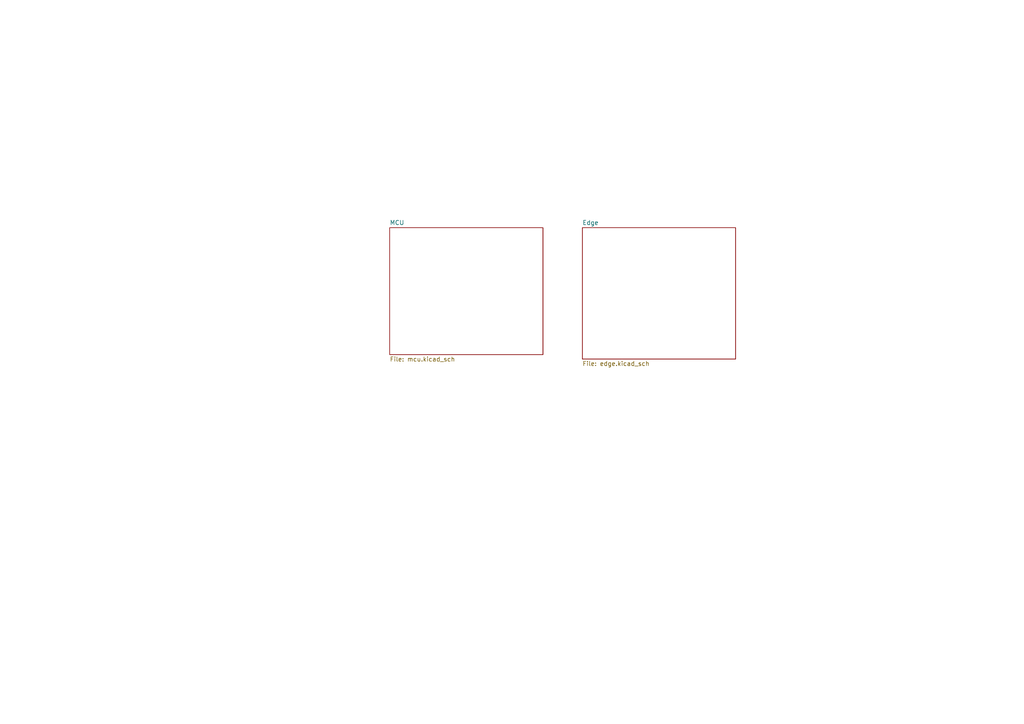
<source format=kicad_sch>
(kicad_sch
	(version 20231120)
	(generator "eeschema")
	(generator_version "8.0")
	(uuid "de875920-d90c-4f32-a526-a64b6e83ec2c")
	(paper "A4")
	(lib_symbols)
	(sheet
		(at 168.91 66.04)
		(size 44.45 38.1)
		(fields_autoplaced yes)
		(stroke
			(width 0.1524)
			(type solid)
		)
		(fill
			(color 0 0 0 0.0000)
		)
		(uuid "6ff9bba2-c560-489f-a8f7-89dabe9a9753")
		(property "Sheetname" "Edge"
			(at 168.91 65.3284 0)
			(effects
				(font
					(size 1.27 1.27)
				)
				(justify left bottom)
			)
		)
		(property "Sheetfile" "edge.kicad_sch"
			(at 168.91 104.7246 0)
			(effects
				(font
					(size 1.27 1.27)
				)
				(justify left top)
			)
		)
		(instances
			(project "testrack_module_stm32f7v"
				(path "/de875920-d90c-4f32-a526-a64b6e83ec2c"
					(page "2")
				)
			)
		)
	)
	(sheet
		(at 113.03 66.04)
		(size 44.45 36.83)
		(fields_autoplaced yes)
		(stroke
			(width 0.1524)
			(type solid)
		)
		(fill
			(color 0 0 0 0.0000)
		)
		(uuid "e46ab995-6536-420a-a2cc-51444babe6ed")
		(property "Sheetname" "MCU"
			(at 113.03 65.3284 0)
			(effects
				(font
					(size 1.27 1.27)
				)
				(justify left bottom)
			)
		)
		(property "Sheetfile" "mcu.kicad_sch"
			(at 113.03 103.4546 0)
			(effects
				(font
					(size 1.27 1.27)
				)
				(justify left top)
			)
		)
		(instances
			(project "testrack_module_stm32f7v"
				(path "/de875920-d90c-4f32-a526-a64b6e83ec2c"
					(page "3")
				)
			)
		)
	)
	(sheet_instances
		(path "/"
			(page "1")
		)
	)
)
</source>
